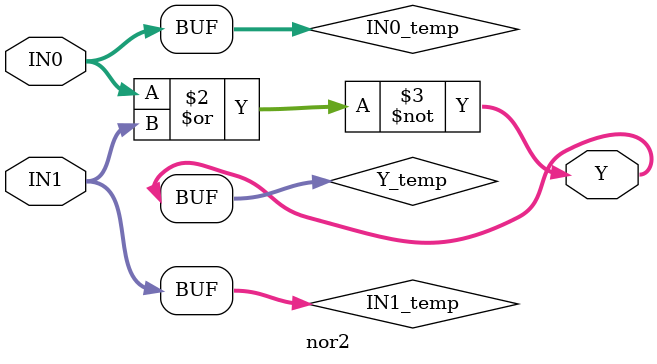
<source format=v>
module nor2(IN0,IN1,Y);
  parameter N = 8;
  parameter DPFLAG = 1;
  parameter GROUP = "dpath1";
  parameter
        d_IN0 = 0,
        d_IN1 = 0,
        d_Y = 1;
  input [(N - 1):0] IN0;
  input [(N - 1):0] IN1;
  output [(N - 1):0] Y;
  wire [(N - 1):0] IN0_temp;
  wire [(N - 1):0] IN1_temp;
  reg [(N - 1):0] Y_temp;
  assign #(d_IN0) IN0_temp = IN0;
  assign #(d_IN1) IN1_temp = IN1;
  assign #(d_Y) Y = Y_temp;
  always
    @(IN0_temp or IN1_temp)
      begin
      Y_temp = ( ~ (IN0_temp | IN1_temp));
      end
endmodule

</source>
